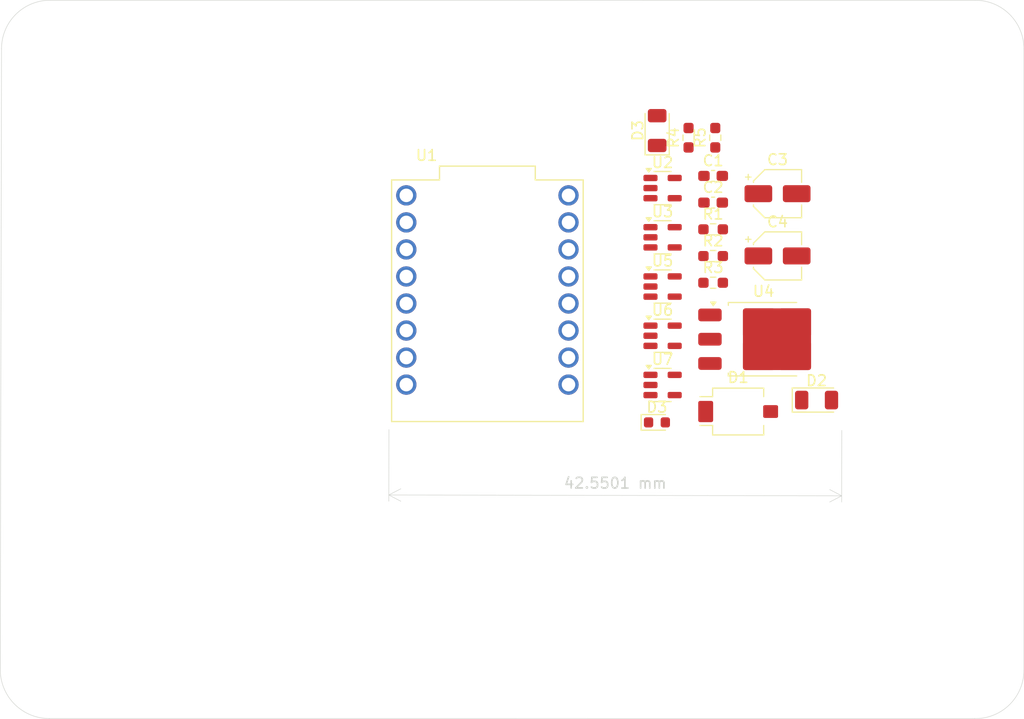
<source format=kicad_pcb>
(kicad_pcb (version 20240108) (generator "pcbnew") (generator_version "8.0")
  (layers (0 "F.Cu" signal) (31 "B.Cu" signal) (34 "B.Paste" user) (35 "F.Paste" user) (36 "B.SilkS" user "B.Silkscreen") (37 "F.SilkS" user "F.Silkscreen") (38 "B.Mask" user) (39 "F.Mask" user) (44 "Edge.Cuts" user))
  (net 0 "")
  (net 15 "GND")
  (net 16 "Net-(D1-K)")
  (net 17 "Sinal")
  (net 18 "VCC")
  (net 19 "3v3")
  (net 22 "Net-(R2-Pad2)")
  (net 25 "REF")
  (net 26 "3V3")
  (net 42 "Net-(D2-A)")
  (net 43 "Net-(D3-A)")
  (net 44 "LED1")
  (net 45 "LED2")
  (footprint "Capacitor_SMD:CP_Elec_4x5.3" (layer "F.Cu") (at 203.73 91.85)
    (property "Reference" "C3" (at 0 -3.2 0) (layer "F.SilkS"))
    (property "Value" "C_Polarized_Small")
    (fp_line (start -3 -1.56) (end -2.5 -1.56) (stroke (width 0.12)) (layer "F.SilkS"))
    (fp_line (start -2.75 -1.81) (end -2.75 -1.31) (stroke (width 0.12)) (layer "F.SilkS"))
    (fp_line (start -2.26 -1.195563) (end -2.26 -1.06) (stroke (width 0.12)) (layer "F.SilkS"))
    (fp_line (start -2.26 -1.195563) (end -1.195563 -2.26) (stroke (width 0.12)) (layer "F.SilkS"))
    (fp_line (start -2.26 1.195563) (end -2.26 1.06) (stroke (width 0.12)) (layer "F.SilkS"))
    (fp_line (start -2.26 1.195563) (end -1.195563 2.26) (stroke (width 0.12)) (layer "F.SilkS"))
    (fp_line (start -1.195563 -2.26) (end 2.26 -2.26) (stroke (width 0.12)) (layer "F.SilkS"))
    (fp_line (start -1.195563 2.26) (end 2.26 2.26) (stroke (width 0.12)) (layer "F.SilkS"))
    (fp_line (start 2.26 -2.26) (end 2.26 -1.06) (stroke (width 0.12)) (layer "F.SilkS"))
    (fp_line (start 2.26 2.26) (end 2.26 1.06) (stroke (width 0.12)) (layer "F.SilkS"))
    (pad "1" smd roundrect (at -1.8 0) (size 2.6 1.6) (layers "F.Cu" "F.Paste" "F.Mask") (roundrect_rratio 0.15625) (net 18 "VCC"))
    (pad "2" smd roundrect (at 1.8 0) (size 2.6 1.6) (layers "F.Cu" "F.Paste" "F.Mask") (roundrect_rratio 0.15625) (net 15 "GND"))
  )
  (footprint "Package_TO_SOT_SMD:SOT-23-5" (layer "F.Cu") (at 192.93 109.825)
    (property "Reference" "U7" (at 0 -2.4 0) (layer "F.SilkS"))
    (property "Value" "MCP6L01Rx-xOT")
    (fp_line (start 0 -1.56) (end -0.8 -1.56) (stroke (width 0.12)) (layer "F.SilkS"))
    (fp_line (start 0 -1.56) (end 0.8 -1.56) (stroke (width 0.12)) (layer "F.SilkS"))
    (fp_line (start 0 1.56) (end -0.8 1.56) (stroke (width 0.12)) (layer "F.SilkS"))
    (fp_line (start 0 1.56) (end 0.8 1.56) (stroke (width 0.12)) (layer "F.SilkS"))
    (fp_poly (pts (xy -1.3 -1.51) (xy -1.54 -1.84) (xy -1.06 -1.84) (xy -1.3 -1.51)) (stroke (width 0.12)) (fill solid) (layer "F.SilkS"))
    (pad "1" smd roundrect (at -1.1375 -0.95) (size 1.325 0.6) (layers "F.Cu" "F.Paste" "F.Mask"))
    (pad "2" smd roundrect (at -1.1375 0) (size 1.325 0.6) (layers "F.Cu" "F.Paste" "F.Mask"))
    (pad "3" smd roundrect (at -1.1375 0.95) (size 1.325 0.6) (layers "F.Cu" "F.Paste" "F.Mask"))
    (pad "4" smd roundrect (at 1.1375 0.95) (size 1.325 0.6) (layers "F.Cu" "F.Paste" "F.Mask"))
    (pad "5" smd roundrect (at 1.1375 -0.95) (size 1.325 0.6) (layers "F.Cu" "F.Paste" "F.Mask"))
  )
  (footprint "Package_TO_SOT_SMD:TO-252-3_TabPin2" (layer "F.Cu") (at 202.42 105.525)
    (property "Reference" "U4" (at 0 -4.5 0) (layer "F.SilkS"))
    (property "Value" "LM1117DT-3.3")
    (fp_line (start -3.31 -3.45) (end -3.31 -3.18) (stroke (width 0.12)) (layer "F.SilkS"))
    (fp_line (start -3.31 3.45) (end -3.31 3.18) (stroke (width 0.12)) (layer "F.SilkS"))
    (fp_line (start 3.11 -3.45) (end -3.31 -3.45) (stroke (width 0.12)) (layer "F.SilkS"))
    (fp_line (start 3.11 3.45) (end -3.31 3.45) (stroke (width 0.12)) (layer "F.SilkS"))
    (fp_poly (pts (xy -4.725 -3.16) (xy -4.965 -3.49) (xy -4.485 -3.49) (xy -4.725 -3.16)) (stroke (width 0.12)) (fill solid) (layer "F.SilkS"))
    (pad "1" smd roundrect (at -5.04 -2.28) (size 2.2 1.2) (layers "F.Cu" "F.Paste" "F.Mask") (roundrect_rratio 0.208333) (net 15 "GND"))
    (pad "2" smd roundrect (at -5.04 0) (size 2.2 1.2) (layers "F.Cu" "F.Paste" "F.Mask") (roundrect_rratio 0.208333) (net 19 "3v3"))
    (pad "2" smd roundrect (at -0.415 -1.525) (size 3.05 2.75) (layers "F.Cu" "F.Paste") (roundrect_rratio 0.090909) (net 19 "3v3"))
    (pad "2" smd roundrect (at -0.415 1.525) (size 3.05 2.75) (layers "F.Cu" "F.Paste") (roundrect_rratio 0.090909) (net 19 "3v3"))
    (pad "2" smd roundrect (at 1.26 0) (size 6.4 5.8) (layers "F.Cu" "F.Mask") (roundrect_rratio 0.043103) (net 19 "3v3"))
    (pad "2" smd roundrect (at 2.935 -1.525) (size 3.05 2.75) (layers "F.Cu" "F.Paste") (roundrect_rratio 0.090909) (net 19 "3v3"))
    (pad "2" smd roundrect (at 2.935 1.525) (size 3.05 2.75) (layers "F.Cu" "F.Paste") (roundrect_rratio 0.090909) (net 19 "3v3"))
    (pad "3" smd roundrect (at -5.04 2.28) (size 2.2 1.2) (layers "F.Cu" "F.Paste" "F.Mask") (roundrect_rratio 0.208333) (net 18 "VCC"))
  )
  (footprint "LED_SMD:LED_0603_1608Metric" (layer "F.Cu") (at 192.4 113.34)
    (property "Reference" "D3" (at 0 -1.43 0) (layer "F.SilkS"))
    (property "Value" "LED")
    (fp_line (start -1.485 -0.735) (end -1.485 0.735) (stroke (width 0.12)) (layer "F.SilkS"))
    (fp_line (start -1.485 0.735) (end 0.8 0.735) (stroke (width 0.12)) (layer "F.SilkS"))
    (fp_line (start 0.8 -0.735) (end -1.485 -0.735) (stroke (width 0.12)) (layer "F.SilkS"))
    (pad "1" smd roundrect (at -0.7875 0) (size 0.875 0.95) (layers "F.Cu" "F.Paste" "F.Mask"))
    (pad "2" smd roundrect (at 0.7875 0) (size 0.875 0.95) (layers "F.Cu" "F.Paste" "F.Mask"))
  )
  (footprint "Resistor_SMD:R_0603_1608Metric_Pad0.98x0.95mm_HandSolder" (layer "F.Cu") (at 197.88 86.5925 90)
    (property "Reference" "R5" (at 0 -1.43 -90) (layer "F.SilkS"))
    (property "Value" "R")
    (fp_line (start -0.254724 -0.5225) (end 0.254724 -0.5225) (stroke (width 0.12)) (layer "F.SilkS"))
    (fp_line (start -0.254724 0.5225) (end 0.254724 0.5225) (stroke (width 0.12)) (layer "F.SilkS"))
    (pad "1" smd roundrect (at -0.9125 0 90) (size 0.975 0.95) (layers "F.Cu" "F.Paste" "F.Mask") (net 45 "LED2"))
    (pad "2" smd roundrect (at 0.9125 0 90) (size 0.975 0.95) (layers "F.Cu" "F.Paste" "F.Mask") (net 43 "Net-(D3-A)"))
  )
  (footprint "Resistor_SMD:R_0603_1608Metric_Pad0.98x0.95mm_HandSolder" (layer "F.Cu") (at 197.68 97.71)
    (property "Reference" "R2" (at 0 -1.43 0) (layer "F.SilkS"))
    (property "Value" "R")
    (fp_line (start -0.254724 -0.5225) (end 0.254724 -0.5225) (stroke (width 0.12)) (layer "F.SilkS"))
    (fp_line (start -0.254724 0.5225) (end 0.254724 0.5225) (stroke (width 0.12)) (layer "F.SilkS"))
    (pad "1" smd roundrect (at -0.9125 0) (size 0.975 0.95) (layers "F.Cu" "F.Paste" "F.Mask") (net 15 "GND"))
    (pad "2" smd roundrect (at 0.9125 0) (size 0.975 0.95) (layers "F.Cu" "F.Paste" "F.Mask") (net 22 "Net-(R2-Pad2)"))
  )
  (footprint "ESP32-C3_SUPERMINI:MODULE_ESP32-C3_SUPERMINI" (layer "F.Cu") (at 176.47 101.91)
    (property "Reference" "U1" (at -5.715 -13.6525 0) (layer "F.SilkS"))
    (property "Value" "ESP32-C3_SUPERMINI")
    (fp_line (start -9 11.35) (end -9 -11.35) (stroke (width 0.127)) (layer "F.SilkS"))
    (fp_line (start -4.5 -12.65) (end -4.5 -11.35) (stroke (width 0.127)) (layer "F.SilkS"))
    (fp_line (start -4.5 -11.35) (end -9 -11.35) (stroke (width 0.127)) (layer "F.SilkS"))
    (fp_line (start 4.5 -12.65) (end -4.5 -12.65) (stroke (width 0.127)) (layer "F.SilkS"))
    (fp_line (start 4.5 -12.65) (end 4.5 -11.35) (stroke (width 0.127)) (layer "F.SilkS"))
    (fp_line (start 9 -11.35) (end 4.5 -11.35) (stroke (width 0.127)) (layer "F.SilkS"))
    (fp_line (start 9 11.35) (end -9 11.35) (stroke (width 0.127)) (layer "F.SilkS"))
    (fp_line (start 9 11.35) (end 9 -11.35) (stroke (width 0.127)) (layer "F.SilkS"))
    (pad "0" thru_hole circle (at 7.62 7.88) (size 1.905 1.905) (drill 1.27) (layers "*.Cu" "*.Mask"))
    (pad "1" thru_hole circle (at 7.62 5.34) (size 1.905 1.905) (drill 1.27) (layers "*.Cu" "*.Mask"))
    (pad "2" thru_hole circle (at 7.62 2.8) (size 1.905 1.905) (drill 1.27) (layers "*.Cu" "*.Mask"))
    (pad "3" thru_hole circle (at 7.62 0.26) (size 1.905 1.905) (drill 1.27) (layers "*.Cu" "*.Mask"))
    (pad "3.3" thru_hole circle (at 7.62 -4.82) (size 1.905 1.905) (drill 1.27) (layers "*.Cu" "*.Mask"))
    (pad "4" thru_hole circle (at 7.62 -2.28) (size 1.905 1.905) (drill 1.27) (layers "*.Cu" "*.Mask"))
    (pad "5" thru_hole circle (at -7.62 -9.9) (size 1.905 1.905) (drill 1.27) (layers "*.Cu" "*.Mask"))
    (pad "5V" thru_hole circle (at 7.62 -9.9) (size 1.905 1.905) (drill 1.27) (layers "*.Cu" "*.Mask"))
    (pad "6" thru_hole circle (at -7.62 -7.36) (size 1.905 1.905) (drill 1.27) (layers "*.Cu" "*.Mask"))
    (pad "7" thru_hole circle (at -7.62 -4.82) (size 1.905 1.905) (drill 1.27) (layers "*.Cu" "*.Mask"))
    (pad "8" thru_hole circle (at -7.62 -2.28) (size 1.905 1.905) (drill 1.27) (layers "*.Cu" "*.Mask") (net 44 "LED1"))
    (pad "9" thru_hole circle (at -7.62 0.26) (size 1.905 1.905) (drill 1.27) (layers "*.Cu" "*.Mask") (net 45 "LED2"))
    (pad "10" thru_hole circle (at -7.62 2.8) (size 1.905 1.905) (drill 1.27) (layers "*.Cu" "*.Mask"))
    (pad "20" thru_hole circle (at -7.62 5.34) (size 1.905 1.905) (drill 1.27) (layers "*.Cu" "*.Mask"))
    (pad "21" thru_hole circle (at -7.62 7.88) (size 1.905 1.905) (drill 1.27) (layers "*.Cu" "*.Mask"))
    (pad "G" thru_hole circle (at 7.62 -7.36) (size 1.905 1.905) (drill 1.27) (layers "*.Cu" "*.Mask"))
  )
  (footprint "Resistor_SMD:R_0603_1608Metric_Pad0.98x0.95mm_HandSolder" (layer "F.Cu") (at 195.37 86.5925 90)
    (property "Reference" "R4" (at 0 -1.43 -90) (layer "F.SilkS"))
    (property "Value" "R")
    (fp_line (start -0.254724 -0.5225) (end 0.254724 -0.5225) (stroke (width 0.12)) (layer "F.SilkS"))
    (fp_line (start -0.254724 0.5225) (end 0.254724 0.5225) (stroke (width 0.12)) (layer "F.SilkS"))
    (pad "1" smd roundrect (at -0.9125 0 90) (size 0.975 0.95) (layers "F.Cu" "F.Paste" "F.Mask") (net 44 "LED1"))
    (pad "2" smd roundrect (at 0.9125 0 90) (size 0.975 0.95) (layers "F.Cu" "F.Paste" "F.Mask") (net 42 "Net-(D2-A)"))
  )
  (footprint "LED_SMD:LED_1206_3216Metric" (layer "F.Cu") (at 192.42 85.9225 90)
    (property "Reference" "D3" (at 0 -1.82 -90) (layer "F.SilkS"))
    (property "Value" "IR26-21C_L110_TR8")
    (fp_line (start 1.6 -1.135) (end -2.285 -1.135) (stroke (width 0.12)) (layer "F.SilkS"))
    (fp_line (start -2.285 -1.135) (end -2.285 1.135) (stroke (width 0.12)) (layer "F.SilkS"))
    (fp_line (start -2.285 1.135) (end 1.6 1.135) (stroke (width 0.12)) (layer "F.SilkS"))
    (pad "1" smd roundrect (at -1.4 0 90) (size 1.25 1.75) (layers "F.Cu" "F.Paste" "F.Mask") (roundrect_rratio 0.2) (net 15 "GND"))
    (pad "2" smd roundrect (at 1.4 0 90) (size 1.25 1.75) (layers "F.Cu" "F.Paste" "F.Mask") (roundrect_rratio 0.2) (net 43 "Net-(D3-A)"))
  )
  (footprint "Capacitor_SMD:CP_Elec_4x4.5" (layer "F.Cu") (at 203.73 97.7)
    (property "Reference" "C4" (at 0 -3.2 0) (layer "F.SilkS"))
    (property "Value" "C_Polarized_Small")
    (fp_line (start -3 -1.56) (end -2.5 -1.56) (stroke (width 0.12)) (layer "F.SilkS"))
    (fp_line (start -2.75 -1.81) (end -2.75 -1.31) (stroke (width 0.12)) (layer "F.SilkS"))
    (fp_line (start -2.26 -1.195563) (end -2.26 -1.06) (stroke (width 0.12)) (layer "F.SilkS"))
    (fp_line (start -2.26 -1.195563) (end -1.195563 -2.26) (stroke (width 0.12)) (layer "F.SilkS"))
    (fp_line (start -2.26 1.195563) (end -2.26 1.06) (stroke (width 0.12)) (layer "F.SilkS"))
    (fp_line (start -2.26 1.195563) (end -1.195563 2.26) (stroke (width 0.12)) (layer "F.SilkS"))
    (fp_line (start -1.195563 -2.26) (end 2.26 -2.26) (stroke (width 0.12)) (layer "F.SilkS"))
    (fp_line (start -1.195563 2.26) (end 2.26 2.26) (stroke (width 0.12)) (layer "F.SilkS"))
    (fp_line (start 2.26 -2.26) (end 2.26 -1.06) (stroke (width 0.12)) (layer "F.SilkS"))
    (fp_line (start 2.26 2.26) (end 2.26 1.06) (stroke (width 0.12)) (layer "F.SilkS"))
    (pad "1" smd roundrect (at -1.8 0) (size 2.6 1.6) (layers "F.Cu" "F.Paste" "F.Mask") (roundrect_rratio 0.15625) (net 19 "3v3"))
    (pad "2" smd roundrect (at 1.8 0) (size 2.6 1.6) (layers "F.Cu" "F.Paste" "F.Mask") (roundrect_rratio 0.15625) (net 15 "GND"))
  )
  (footprint "Package_TO_SOT_SMD:SOT-23-5" (layer "F.Cu") (at 192.93 95.95)
    (property "Reference" "U3" (at 0 -2.4 0) (layer "F.SilkS"))
    (property "Value" "MCP6L01Rx-xOT")
    (fp_line (start 0 -1.56) (end -0.8 -1.56) (stroke (width 0.12)) (layer "F.SilkS"))
    (fp_line (start 0 -1.56) (end 0.8 -1.56) (stroke (width 0.12)) (layer "F.SilkS"))
    (fp_line (start 0 1.56) (end -0.8 1.56) (stroke (width 0.12)) (layer "F.SilkS"))
    (fp_line (start 0 1.56) (end 0.8 1.56) (stroke (width 0.12)) (layer "F.SilkS"))
    (fp_poly (pts (xy -1.3 -1.51) (xy -1.54 -1.84) (xy -1.06 -1.84) (xy -1.3 -1.51)) (stroke (width 0.12)) (fill solid) (layer "F.SilkS"))
    (pad "1" smd roundrect (at -1.1375 -0.95) (size 1.325 0.6) (layers "F.Cu" "F.Paste" "F.Mask") (net 17 "Sinal"))
    (pad "2" smd roundrect (at -1.1375 0) (size 1.325 0.6) (layers "F.Cu" "F.Paste" "F.Mask") (net 26 "3V3"))
    (pad "3" smd roundrect (at -1.1375 0.95) (size 1.325 0.6) (layers "F.Cu" "F.Paste" "F.Mask") (net 25 "REF"))
    (pad "4" smd roundrect (at 1.1375 0.95) (size 1.325 0.6) (layers "F.Cu" "F.Paste" "F.Mask") (net 16 "Net-(D1-K)"))
    (pad "5" smd roundrect (at 1.1375 -0.95) (size 1.325 0.6) (layers "F.Cu" "F.Paste" "F.Mask") (net 15 "GND"))
  )
  (footprint "Capacitor_SMD:C_0603_1608Metric_Pad1.08x0.95mm_HandSolder" (layer "F.Cu") (at 197.68 90.18)
    (property "Reference" "C1" (at 0 -1.43 0) (layer "F.SilkS"))
    (property "Value" "C")
    (fp_line (start -0.146267 -0.51) (end 0.146267 -0.51) (stroke (width 0.12)) (layer "F.SilkS"))
    (fp_line (start -0.146267 0.51) (end 0.146267 0.51) (stroke (width 0.12)) (layer "F.SilkS"))
    (pad "1" smd roundrect (at -0.8625 0) (size 1.075 0.95) (layers "F.Cu" "F.Paste" "F.Mask") (net 16 "Net-(D1-K)"))
    (pad "2" smd roundrect (at 0.8625 0) (size 1.075 0.95) (layers "F.Cu" "F.Paste" "F.Mask") (net 15 "GND"))
  )
  (footprint "Package_TO_SOT_SMD:SOT-23-5" (layer "F.Cu") (at 192.93 105.2)
    (property "Reference" "U6" (at 0 -2.4 0) (layer "F.SilkS"))
    (property "Value" "MCP6L01Rx-xOT")
    (fp_line (start 0 -1.56) (end -0.8 -1.56) (stroke (width 0.12)) (layer "F.SilkS"))
    (fp_line (start 0 -1.56) (end 0.8 -1.56) (stroke (width 0.12)) (layer "F.SilkS"))
    (fp_line (start 0 1.56) (end -0.8 1.56) (stroke (width 0.12)) (layer "F.SilkS"))
    (fp_line (start 0 1.56) (end 0.8 1.56) (stroke (width 0.12)) (layer "F.SilkS"))
    (fp_poly (pts (xy -1.3 -1.51) (xy -1.54 -1.84) (xy -1.06 -1.84) (xy -1.3 -1.51)) (stroke (width 0.12)) (fill solid) (layer "F.SilkS"))
    (pad "1" smd roundrect (at -1.1375 -0.95) (size 1.325 0.6) (layers "F.Cu" "F.Paste" "F.Mask"))
    (pad "2" smd roundrect (at -1.1375 0) (size 1.325 0.6) (layers "F.Cu" "F.Paste" "F.Mask"))
    (pad "3" smd roundrect (at -1.1375 0.95) (size 1.325 0.6) (layers "F.Cu" "F.Paste" "F.Mask"))
    (pad "4" smd roundrect (at 1.1375 0.95) (size 1.325 0.6) (layers "F.Cu" "F.Paste" "F.Mask"))
    (pad "5" smd roundrect (at 1.1375 -0.95) (size 1.325 0.6) (layers "F.Cu" "F.Paste" "F.Mask"))
  )
  (footprint "LED_SMD:LED_1206_3216Metric" (layer "F.Cu") (at 207.4 111.24)
    (property "Reference" "D2" (at 0 -1.82 0) (layer "F.SilkS"))
    (property "Value" "IR26-21C_L110_TR8")
    (fp_line (start -2.285 -1.135) (end -2.285 1.135) (stroke (width 0.12)) (layer "F.SilkS"))
    (fp_line (start -2.285 1.135) (end 1.6 1.135) (stroke (width 0.12)) (layer "F.SilkS"))
    (fp_line (start 1.6 -1.135) (end -2.285 -1.135) (stroke (width 0.12)) (layer "F.SilkS"))
    (pad "1" smd roundrect (at -1.4 0) (size 1.25 1.75) (layers "F.Cu" "F.Paste" "F.Mask") (roundrect_rratio 0.2) (net 15 "GND"))
    (pad "2" smd roundrect (at 1.4 0) (size 1.25 1.75) (layers "F.Cu" "F.Paste" "F.Mask") (roundrect_rratio 0.2) (net 42 "Net-(D2-A)"))
  )
  (footprint "Capacitor_SMD:C_0603_1608Metric_Pad1.08x0.95mm_HandSolder" (layer "F.Cu") (at 197.68 92.69)
    (property "Reference" "C2" (at 0 -1.43 0) (layer "F.SilkS"))
    (property "Value" "C")
    (fp_line (start -0.146267 -0.51) (end 0.146267 -0.51) (stroke (width 0.12)) (layer "F.SilkS"))
    (fp_line (start -0.146267 0.51) (end 0.146267 0.51) (stroke (width 0.12)) (layer "F.SilkS"))
    (pad "1" smd roundrect (at -0.8625 0) (size 1.075 0.95) (layers "F.Cu" "F.Paste" "F.Mask") (net 16 "Net-(D1-K)"))
    (pad "2" smd roundrect (at 0.8625 0) (size 1.075 0.95) (layers "F.Cu" "F.Paste" "F.Mask") (net 17 "Sinal"))
  )
  (footprint "OptoDevice:Osram_BPW34S-SMD" (layer "F.Cu") (at 200.03 112.32)
    (property "Reference" "D1" (at 0.01 -3.2 0) (layer "F.SilkS"))
    (property "Value" "BPW34-SMD")
    (fp_line (start -3.59 1.31) (end -2.4 1.31) (stroke (width 0.12)) (layer "F.SilkS"))
    (fp_line (start -2.41 -1.4) (end -3.59 -1.4) (stroke (width 0.12)) (layer "F.SilkS"))
    (fp_line (start -2.4 -2.2) (end -2.4 -1.4) (stroke (width 0.12)) (layer "F.SilkS"))
    (fp_line (start -2.4 1.31) (end -2.4 2.2) (stroke (width 0.12)) (layer "F.SilkS"))
    (fp_line (start -2.4 2.2) (end 2.4 2.2) (stroke (width 0.12)) (layer "F.SilkS"))
    (fp_line (start 2.4 -2.2) (end -2.4 -2.2) (stroke (width 0.12)) (layer "F.SilkS"))
    (fp_line (start 2.4 -1.4) (end 2.4 -2.2) (stroke (width 0.12)) (layer "F.SilkS"))
    (fp_line (start 2.4 2.2) (end 2.4 1.31) (stroke (width 0.12)) (layer "F.SilkS"))
    (pad "1" smd roundrect (at -3.05 0 180) (size 1.4 2) (layers "F.Cu" "F.Mask") (roundrect_rratio 0.125) (net 16 "Net-(D1-K)"))
    (pad "2" smd roundrect (at 3.05 0 180) (size 1.4 1.2) (layers "F.Cu" "F.Mask") (roundrect_rratio 0.125) (net 15 "GND"))
  )
  (footprint "Package_TO_SOT_SMD:SOT-23-5" (layer "F.Cu") (at 192.93 100.575)
    (property "Reference" "U5" (at 0 -2.4 0) (layer "F.SilkS"))
    (property "Value" "MCP6L01Rx-xOT")
    (fp_line (start 0 -1.56) (end -0.8 -1.56) (stroke (width 0.12)) (layer "F.SilkS"))
    (fp_line (start 0 -1.56) (end 0.8 -1.56) (stroke (width 0.12)) (layer "F.SilkS"))
    (fp_line (start 0 1.56) (end -0.8 1.56) (stroke (width 0.12)) (layer "F.SilkS"))
    (fp_line (start 0 1.56) (end 0.8 1.56) (stroke (width 0.12)) (layer "F.SilkS"))
    (fp_poly (pts (xy -1.3 -1.51) (xy -1.54 -1.84) (xy -1.06 -1.84) (xy -1.3 -1.51)) (stroke (width 0.12)) (fill solid) (layer "F.SilkS"))
    (pad "1" smd roundrect (at -1.1375 -0.95) (size 1.325 0.6) (layers "F.Cu" "F.Paste" "F.Mask"))
    (pad "2" smd roundrect (at -1.1375 0) (size 1.325 0.6) (layers "F.Cu" "F.Paste" "F.Mask"))
    (pad "3" smd roundrect (at -1.1375 0.95) (size 1.325 0.6) (layers "F.Cu" "F.Paste" "F.Mask"))
    (pad "4" smd roundrect (at 1.1375 0.95) (size 1.325 0.6) (layers "F.Cu" "F.Paste" "F.Mask"))
    (pad "5" smd roundrect (at 1.1375 -0.95) (size 1.325 0.6) (layers "F.Cu" "F.Paste" "F.Mask"))
  )
  (footprint "Resistor_SMD:R_0603_1608Metric_Pad0.98x0.95mm_HandSolder" (layer "F.Cu") (at 197.68 100.22)
    (property "Reference" "R3" (at 0 -1.43 0) (layer "F.SilkS"))
    (property "Value" "R")
    (fp_line (start -0.254724 -0.5225) (end 0.254724 -0.5225) (stroke (width 0.12)) (layer "F.SilkS"))
    (fp_line (start -0.254724 0.5225) (end 0.254724 0.5225) (stroke (width 0.12)) (layer "F.SilkS"))
    (pad "1" smd roundrect (at -0.9125 0) (size 0.975 0.95) (layers "F.Cu" "F.Paste" "F.Mask") (net 22 "Net-(R2-Pad2)"))
    (pad "2" smd roundrect (at 0.9125 0) (size 0.975 0.95) (layers "F.Cu" "F.Paste" "F.Mask") (net 19 "3v3"))
  )
  (footprint "Package_TO_SOT_SMD:SOT-23-5" (layer "F.Cu") (at 192.93 91.325)
    (property "Reference" "U2" (at 0 -2.4 0) (layer "F.SilkS"))
    (property "Value" "MCP6L01Rx-xOT")
    (fp_line (start 0 -1.56) (end -0.8 -1.56) (stroke (width 0.12)) (layer "F.SilkS"))
    (fp_line (start 0 -1.56) (end 0.8 -1.56) (stroke (width 0.12)) (layer "F.SilkS"))
    (fp_line (start 0 1.56) (end -0.8 1.56) (stroke (width 0.12)) (layer "F.SilkS"))
    (fp_line (start 0 1.56) (end 0.8 1.56) (stroke (width 0.12)) (layer "F.SilkS"))
    (fp_poly (pts (xy -1.3 -1.51) (xy -1.54 -1.84) (xy -1.06 -1.84) (xy -1.3 -1.51)) (stroke (width 0.12)) (fill solid) (layer "F.SilkS"))
    (pad "1" smd roundrect (at -1.1375 -0.95) (size 1.325 0.6) (layers "F.Cu" "F.Paste" "F.Mask") (net 25 "REF"))
    (pad "2" smd roundrect (at -1.1375 0) (size 1.325 0.6) (layers "F.Cu" "F.Paste" "F.Mask"))
    (pad "3" smd roundrect (at -1.1375 0.95) (size 1.325 0.6) (layers "F.Cu" "F.Paste" "F.Mask") (net 15 "GND"))
    (pad "4" smd roundrect (at 1.1375 0.95) (size 1.325 0.6) (layers "F.Cu" "F.Paste" "F.Mask") (net 25 "REF"))
    (pad "5" smd roundrect (at 1.1375 -0.95) (size 1.325 0.6) (layers "F.Cu" "F.Paste" "F.Mask"))
  )
  (footprint "Resistor_SMD:R_0603_1608Metric_Pad0.98x0.95mm_HandSolder" (layer "F.Cu") (at 197.68 95.2)
    (property "Reference" "R1" (at 0 -1.43 0) (layer "F.SilkS"))
    (property "Value" "R")
    (fp_line (start -0.254724 -0.5225) (end 0.254724 -0.5225) (stroke (width 0.12)) (layer "F.SilkS"))
    (fp_line (start -0.254724 0.5225) (end 0.254724 0.5225) (stroke (width 0.12)) (layer "F.SilkS"))
    (pad "1" smd roundrect (at -0.9125 0) (size 0.975 0.95) (layers "F.Cu" "F.Paste" "F.Mask") (net 16 "Net-(D1-K)"))
    (pad "2" smd roundrect (at 0.9125 0) (size 0.975 0.95) (layers "F.Cu" "F.Paste" "F.Mask") (net 17 "Sinal"))
  )
  (gr_arc (start 135.297362 141.1659) (mid 132.030901 139.804281) (end 130.698695 136.525715) (stroke (width 0.05)) (layer "Edge.Cuts"))
  (gr_arc (start 226.88 136.71) (mid 225.493206 139.895896) (end 222.260026 141.168564) (stroke (width 0.05)) (layer "Edge.Cuts"))
  (gr_arc (start 222.33 73.68) (mid 225.547336 75.012664) (end 226.88 78.23) (stroke (width 0.05)) (layer "Edge.Cuts"))
  (gr_arc (start 130.817336 78.227336) (mid 132.15 75.01) (end 135.367336 73.677336) (stroke (width 0.05)) (layer "Edge.Cuts"))
  (gr_line (start 135.367336 73.677336) (end 222.33 73.68) (stroke (width 0.05)) (layer "Edge.Cuts"))
  (gr_line (start 226.88 78.23) (end 226.88 136.71) (stroke (width 0.05)) (layer "Edge.Cuts"))
  (gr_line (start 130.817336 78.227336) (end 130.698695 136.525715) (stroke (width 0.05)) (layer "Edge.Cuts"))
  (gr_line (start 135.297362 141.1659) (end 222.260026 141.168564) (stroke (width 0.05)) (layer "Edge.Cuts"))
  (dimension (type aligned) (layer "Edge.Cuts") (pts (xy 167.22 113.51) (xy 209.77 113.59)) (height 6.65081) (gr_text "42,5501 mm" (at 188.484658 119.0508 359.892276) (layer "Edge.Cuts") (effects (font (size 1 1) (thickness 0.15)))) (format (prefix "") (suffix "") (units 3) (units_format 1) (precision 4)) (style (thickness 0.05) (arrow_length 1.27) (text_position_mode 0) (extension_height 0.58642) (extension_offset 0.5) keep_text_aligned))
)
</source>
